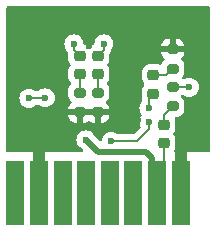
<source format=gbr>
%TF.GenerationSoftware,KiCad,Pcbnew,7.0.8*%
%TF.CreationDate,2023-12-24T04:11:35-08:00*%
%TF.ProjectId,EZ Teknic Converter - R1,455a2054-656b-46e6-9963-20436f6e7665,rev?*%
%TF.SameCoordinates,Original*%
%TF.FileFunction,Copper,L2,Bot*%
%TF.FilePolarity,Positive*%
%FSLAX46Y46*%
G04 Gerber Fmt 4.6, Leading zero omitted, Abs format (unit mm)*
G04 Created by KiCad (PCBNEW 7.0.8) date 2023-12-24 04:11:35*
%MOMM*%
%LPD*%
G01*
G04 APERTURE LIST*
G04 Aperture macros list*
%AMRoundRect*
0 Rectangle with rounded corners*
0 $1 Rounding radius*
0 $2 $3 $4 $5 $6 $7 $8 $9 X,Y pos of 4 corners*
0 Add a 4 corners polygon primitive as box body*
4,1,4,$2,$3,$4,$5,$6,$7,$8,$9,$2,$3,0*
0 Add four circle primitives for the rounded corners*
1,1,$1+$1,$2,$3*
1,1,$1+$1,$4,$5*
1,1,$1+$1,$6,$7*
1,1,$1+$1,$8,$9*
0 Add four rect primitives between the rounded corners*
20,1,$1+$1,$2,$3,$4,$5,0*
20,1,$1+$1,$4,$5,$6,$7,0*
20,1,$1+$1,$6,$7,$8,$9,0*
20,1,$1+$1,$8,$9,$2,$3,0*%
G04 Aperture macros list end*
%TA.AperFunction,SMDPad,CuDef*%
%ADD10R,1.600000X5.500000*%
%TD*%
%TA.AperFunction,SMDPad,CuDef*%
%ADD11RoundRect,0.200000X-0.275000X0.200000X-0.275000X-0.200000X0.275000X-0.200000X0.275000X0.200000X0*%
%TD*%
%TA.AperFunction,SMDPad,CuDef*%
%ADD12RoundRect,0.218750X0.256250X-0.218750X0.256250X0.218750X-0.256250X0.218750X-0.256250X-0.218750X0*%
%TD*%
%TA.AperFunction,SMDPad,CuDef*%
%ADD13RoundRect,0.218750X-0.256250X0.218750X-0.256250X-0.218750X0.256250X-0.218750X0.256250X0.218750X0*%
%TD*%
%TA.AperFunction,SMDPad,CuDef*%
%ADD14RoundRect,0.200000X0.275000X-0.200000X0.275000X0.200000X-0.275000X0.200000X-0.275000X-0.200000X0*%
%TD*%
%TA.AperFunction,ViaPad*%
%ADD15C,0.600000*%
%TD*%
%TA.AperFunction,Conductor*%
%ADD16C,0.200000*%
%TD*%
%TA.AperFunction,Conductor*%
%ADD17C,0.500000*%
%TD*%
%TA.AperFunction,Conductor*%
%ADD18C,1.000000*%
%TD*%
G04 APERTURE END LIST*
D10*
%TO.P,U1,9,GND*%
%TO.N,GND*%
X45880000Y124785000D03*
%TO.P,U1,10,5V*%
%TO.N,+5V*%
X43880000Y124785000D03*
%TO.P,U1,11,B2*%
%TO.N,unconnected-(U1-B2-Pad11)*%
X41880000Y124785000D03*
%TO.P,U1,12,B1*%
%TO.N,unconnected-(U1-B1-Pad12)*%
X39880000Y124785000D03*
%TO.P,U1,13,A1*%
%TO.N,unconnected-(U1-A1-Pad13)*%
X37880000Y124785000D03*
%TO.P,U1,14,A2*%
%TO.N,unconnected-(U1-A2-Pad14)*%
X35880000Y124785000D03*
%TO.P,U1,15,GND*%
%TO.N,GND*%
X33880000Y124785000D03*
%TO.P,U1,16,VMOT*%
%TO.N,unconnected-(U1-VMOT-Pad16)*%
X31880000Y124785000D03*
%TD*%
D11*
%TO.P,R3,1*%
%TO.N,/B-ENABLE*%
X45212000Y133794000D03*
%TO.P,R3,2*%
%TO.N,Net-(D1-K)*%
X45212000Y132144000D03*
%TD*%
D12*
%TO.P,D3,1,K*%
%TO.N,Net-(D3-K)*%
X37338000Y134848500D03*
%TO.P,D3,2,A*%
%TO.N,/B-DIR*%
X37338000Y136423500D03*
%TD*%
D13*
%TO.P,D4,1,K*%
%TO.N,Net-(D4-K)*%
X43561000Y134772500D03*
%TO.P,D4,2,A*%
%TO.N,/5VDIAG*%
X43561000Y133197500D03*
%TD*%
%TO.P,D1,1,K*%
%TO.N,Net-(D1-K)*%
X44450000Y130581500D03*
%TO.P,D1,2,A*%
%TO.N,+5V*%
X44450000Y129006500D03*
%TD*%
D11*
%TO.P,R6,1*%
%TO.N,GND*%
X45212000Y136969000D03*
%TO.P,R6,2*%
%TO.N,Net-(D4-K)*%
X45212000Y135319000D03*
%TD*%
D14*
%TO.P,R4,1*%
%TO.N,GND*%
X38862000Y131636000D03*
%TO.P,R4,2*%
%TO.N,Net-(D2-K)*%
X38862000Y133286000D03*
%TD*%
D12*
%TO.P,D2,1,K*%
%TO.N,Net-(D2-K)*%
X38862000Y134848500D03*
%TO.P,D2,2,A*%
%TO.N,/B-STEP*%
X38862000Y136423500D03*
%TD*%
D14*
%TO.P,R5,1*%
%TO.N,GND*%
X37338000Y131636000D03*
%TO.P,R5,2*%
%TO.N,Net-(D3-K)*%
X37338000Y133286000D03*
%TD*%
D15*
%TO.N,+5V*%
X34417000Y132842000D03*
X33020000Y132808000D03*
X37846000Y129286000D03*
%TO.N,GND*%
X46355000Y138684000D03*
X33020000Y129066000D03*
X38105000Y137232000D03*
X46609000Y132588000D03*
X35605000Y137232000D03*
X46355000Y137668000D03*
X32385000Y138684000D03*
X47498000Y137668000D03*
X46355000Y139827000D03*
X32385000Y139827000D03*
X42418000Y137541000D03*
X47498000Y138684000D03*
X47498000Y139827000D03*
X40605000Y137232000D03*
X42291000Y130937000D03*
X33655000Y139827000D03*
X33655000Y138684000D03*
X32385000Y137668000D03*
X33655000Y137668000D03*
%TO.N,/B-STEP*%
X39370000Y137414000D03*
%TO.N,/B-DIR*%
X36830000Y137414000D03*
%TO.N,/5VDIAG*%
X43180000Y131953000D03*
%TO.N,/B-ENABLE*%
X46609000Y133731000D03*
%TO.N,/DIAG*%
X43180000Y130810000D03*
X40005000Y129159000D03*
%TD*%
D16*
%TO.N,+5V*%
X44450000Y125355000D02*
X43880000Y124785000D01*
D17*
X42926000Y128270000D02*
X38862000Y128270000D01*
X38862000Y128270000D02*
X37846000Y129286000D01*
X43434000Y125231000D02*
X43434000Y127762000D01*
D16*
X34417000Y132842000D02*
X34544000Y132842000D01*
X34417000Y132842000D02*
X33054000Y132842000D01*
X43880000Y124785000D02*
X43434000Y125231000D01*
X44450000Y129006500D02*
X44450000Y125355000D01*
X33054000Y132842000D02*
X33020000Y132808000D01*
D17*
X43434000Y127762000D02*
X42926000Y128270000D01*
D18*
%TO.N,GND*%
X33880000Y124785000D02*
X33880000Y129130000D01*
X45880000Y124785000D02*
X45880000Y129130000D01*
D16*
%TO.N,/B-STEP*%
X39370000Y136931500D02*
X39370000Y137414000D01*
X38862000Y136423500D02*
X39370000Y136931500D01*
%TO.N,/B-DIR*%
X37338000Y136423500D02*
X36830000Y136931500D01*
X36830000Y136931500D02*
X36830000Y137414000D01*
%TO.N,Net-(D1-K)*%
X44450000Y131382000D02*
X45212000Y132144000D01*
X44450000Y130581500D02*
X44450000Y131382000D01*
%TO.N,Net-(D2-K)*%
X38862000Y133286000D02*
X38862000Y134848500D01*
%TO.N,/5VDIAG*%
X43180000Y131953000D02*
X43180000Y132816500D01*
X43180000Y132816500D02*
X43561000Y133197500D01*
%TO.N,/B-ENABLE*%
X46609000Y133731000D02*
X45275000Y133731000D01*
X45275000Y133731000D02*
X45212000Y133794000D01*
%TO.N,/DIAG*%
X43180000Y130175000D02*
X43180000Y130810000D01*
X40005000Y129159000D02*
X42164000Y129159000D01*
X42164000Y129159000D02*
X43180000Y130175000D01*
%TO.N,Net-(D3-K)*%
X37338000Y133286000D02*
X37338000Y134848500D01*
%TO.N,Net-(D4-K)*%
X44665500Y134772500D02*
X45212000Y135319000D01*
X43561000Y134772500D02*
X44665500Y134772500D01*
%TD*%
%TA.AperFunction,Conductor*%
%TO.N,GND*%
G36*
X48330039Y140569315D02*
G01*
X48375794Y140516511D01*
X48387000Y140465000D01*
X48387000Y128394000D01*
X48367315Y128326961D01*
X48314511Y128281206D01*
X48263000Y128270000D01*
X45454138Y128270000D01*
X45387099Y128289685D01*
X45341344Y128342489D01*
X45331400Y128411647D01*
X45348599Y128459096D01*
X45362545Y128481706D01*
X45362545Y128481707D01*
X45362549Y128481713D01*
X45415436Y128641315D01*
X45425500Y128739826D01*
X45425500Y129273174D01*
X45415436Y129371685D01*
X45362549Y129531287D01*
X45274281Y129674391D01*
X45242353Y129706319D01*
X45208868Y129767642D01*
X45213852Y129837334D01*
X45242353Y129881681D01*
X45274280Y129913608D01*
X45274283Y129913612D01*
X45362544Y130056704D01*
X45362545Y130056707D01*
X45362549Y130056713D01*
X45415436Y130216315D01*
X45425500Y130314826D01*
X45425500Y130848174D01*
X45415436Y130946685D01*
X45371094Y131080497D01*
X45368693Y131150324D01*
X45404425Y131210366D01*
X45466945Y131241559D01*
X45488801Y131243500D01*
X45543613Y131243500D01*
X45543616Y131243500D01*
X45564778Y131245423D01*
X45614192Y131249913D01*
X45614194Y131249913D01*
X45614196Y131249914D01*
X45776606Y131300522D01*
X45922185Y131388528D01*
X45922188Y131388530D01*
X46042469Y131508811D01*
X46042470Y131508813D01*
X46042472Y131508815D01*
X46130478Y131654394D01*
X46181086Y131816804D01*
X46187500Y131887384D01*
X46187500Y132400616D01*
X46181086Y132471196D01*
X46130478Y132633606D01*
X46042472Y132779185D01*
X45940336Y132881320D01*
X45906853Y132942641D01*
X45911837Y133012333D01*
X45940340Y133056683D01*
X45961957Y133078299D01*
X46023281Y133111783D01*
X46092972Y133106797D01*
X46115608Y133095610D01*
X46259476Y133005211D01*
X46429745Y132945631D01*
X46429750Y132945630D01*
X46608996Y132925435D01*
X46609000Y132925435D01*
X46609004Y132925435D01*
X46788249Y132945630D01*
X46788254Y132945631D01*
X46958523Y133005211D01*
X47111262Y133101184D01*
X47238815Y133228737D01*
X47334788Y133381476D01*
X47354503Y133437816D01*
X47394368Y133551745D01*
X47394369Y133551750D01*
X47414565Y133730996D01*
X47414565Y133731003D01*
X47394369Y133910249D01*
X47394368Y133910254D01*
X47390542Y133921188D01*
X47334789Y134080522D01*
X47238816Y134233262D01*
X47111262Y134360816D01*
X46958522Y134456789D01*
X46788255Y134516368D01*
X46788252Y134516368D01*
X46788249Y134516369D01*
X46609004Y134536565D01*
X46608996Y134536565D01*
X46429750Y134516369D01*
X46429745Y134516368D01*
X46259475Y134456788D01*
X46220539Y134432322D01*
X46192986Y134415009D01*
X46125752Y134396009D01*
X46058916Y134416376D01*
X46039339Y134432317D01*
X46002836Y134468820D01*
X45969353Y134530141D01*
X45974337Y134599833D01*
X46002838Y134644180D01*
X46042469Y134683811D01*
X46042470Y134683813D01*
X46042472Y134683815D01*
X46130478Y134829394D01*
X46181086Y134991804D01*
X46187500Y135062384D01*
X46187500Y135575616D01*
X46181086Y135646196D01*
X46130478Y135808606D01*
X46042472Y135954185D01*
X45939983Y136056673D01*
X45906499Y136117994D01*
X45911483Y136187685D01*
X45939984Y136232034D01*
X46042072Y136334122D01*
X46130019Y136479604D01*
X46180590Y136641893D01*
X46187000Y136712427D01*
X46187000Y136719000D01*
X44237001Y136719000D01*
X44237001Y136712417D01*
X44243408Y136641897D01*
X44243409Y136641892D01*
X44293981Y136479603D01*
X44381927Y136334122D01*
X44381928Y136334121D01*
X44484015Y136232035D01*
X44517500Y136170712D01*
X44512516Y136101020D01*
X44484015Y136056673D01*
X44381530Y135954188D01*
X44381528Y135954185D01*
X44293522Y135808606D01*
X44293521Y135808603D01*
X44269655Y135732015D01*
X44230918Y135673868D01*
X44166892Y135645894D01*
X44112270Y135651199D01*
X43963685Y135700436D01*
X43865174Y135710500D01*
X43256826Y135710500D01*
X43158315Y135700436D01*
X42998713Y135647549D01*
X42998707Y135647545D01*
X42998704Y135647544D01*
X42855612Y135559283D01*
X42855608Y135559280D01*
X42736719Y135440391D01*
X42736716Y135440387D01*
X42648455Y135297295D01*
X42648452Y135297289D01*
X42648451Y135297287D01*
X42595564Y135137685D01*
X42595564Y135137683D01*
X42595563Y135137683D01*
X42585500Y135039181D01*
X42585500Y134505818D01*
X42595563Y134407316D01*
X42648450Y134247715D01*
X42648455Y134247704D01*
X42736716Y134104612D01*
X42736719Y134104608D01*
X42768647Y134072681D01*
X42802132Y134011358D01*
X42797148Y133941666D01*
X42768647Y133897319D01*
X42736719Y133865391D01*
X42736716Y133865387D01*
X42648455Y133722295D01*
X42648452Y133722289D01*
X42648451Y133722287D01*
X42595564Y133562685D01*
X42595564Y133562683D01*
X42595563Y133562683D01*
X42585500Y133464181D01*
X42585500Y132930836D01*
X42585501Y132930813D01*
X42585719Y132928678D01*
X42585298Y132899910D01*
X42574318Y132816502D01*
X42574318Y132816499D01*
X42578969Y132781173D01*
X42579500Y132773071D01*
X42579500Y132535412D01*
X42559815Y132468373D01*
X42552445Y132458097D01*
X42550185Y132455263D01*
X42550184Y132455262D01*
X42515848Y132400616D01*
X42454211Y132302523D01*
X42394631Y132132254D01*
X42394630Y132132249D01*
X42374435Y131953003D01*
X42374435Y131952996D01*
X42394630Y131773750D01*
X42394631Y131773745D01*
X42454211Y131603476D01*
X42552236Y131447472D01*
X42571236Y131380235D01*
X42552236Y131315528D01*
X42454211Y131159523D01*
X42394631Y130989254D01*
X42394630Y130989249D01*
X42374435Y130810003D01*
X42374435Y130809996D01*
X42394630Y130630750D01*
X42394633Y130630737D01*
X42454209Y130460478D01*
X42464125Y130444699D01*
X42483125Y130377462D01*
X42462757Y130310627D01*
X42446812Y130291047D01*
X41951584Y129795819D01*
X41890261Y129762334D01*
X41863903Y129759500D01*
X40587412Y129759500D01*
X40520373Y129779185D01*
X40510097Y129786555D01*
X40507267Y129788810D01*
X40507262Y129788816D01*
X40354522Y129884789D01*
X40184255Y129944368D01*
X40184252Y129944368D01*
X40184249Y129944369D01*
X40005004Y129964565D01*
X40004996Y129964565D01*
X39825750Y129944369D01*
X39825745Y129944368D01*
X39655478Y129884789D01*
X39655476Y129884788D01*
X39601727Y129851015D01*
X39502738Y129788816D01*
X39502737Y129788815D01*
X39375184Y129661262D01*
X39279211Y129508523D01*
X39219631Y129338254D01*
X39219630Y129338250D01*
X39211548Y129266517D01*
X39184481Y129202103D01*
X39126886Y129162548D01*
X39057049Y129160411D01*
X39000648Y129192719D01*
X38599305Y129594061D01*
X38576655Y129630134D01*
X38574811Y129629246D01*
X38571789Y129635521D01*
X38571789Y129635522D01*
X38475816Y129788262D01*
X38348262Y129915816D01*
X38195522Y130011789D01*
X38025255Y130071368D01*
X38025252Y130071368D01*
X38025249Y130071369D01*
X37846004Y130091565D01*
X37845996Y130091565D01*
X37666750Y130071369D01*
X37666745Y130071368D01*
X37496478Y130011789D01*
X37343738Y129915816D01*
X37343737Y129915815D01*
X37216184Y129788262D01*
X37120211Y129635523D01*
X37060631Y129465254D01*
X37060630Y129465249D01*
X37040435Y129286003D01*
X37040435Y129285996D01*
X37060630Y129106750D01*
X37060631Y129106745D01*
X37120211Y128936476D01*
X37216184Y128783737D01*
X37343737Y128656184D01*
X37496478Y128560211D01*
X37502756Y128557188D01*
X37501876Y128555362D01*
X37537936Y128532694D01*
X37588949Y128481682D01*
X37622435Y128420359D01*
X37617451Y128350668D01*
X37575580Y128294734D01*
X37510116Y128270316D01*
X37501269Y128270000D01*
X31239000Y128270000D01*
X31171961Y128289685D01*
X31126206Y128342489D01*
X31115000Y128394000D01*
X31115000Y131386000D01*
X36363001Y131386000D01*
X36363001Y131379417D01*
X36369408Y131308897D01*
X36369409Y131308892D01*
X36419981Y131146603D01*
X36507927Y131001122D01*
X36628122Y130880927D01*
X36773604Y130792980D01*
X36773603Y130792980D01*
X36935894Y130742409D01*
X36935893Y130742409D01*
X37006428Y130736000D01*
X37088000Y130736000D01*
X37088000Y131386000D01*
X37588000Y131386000D01*
X37588000Y130735999D01*
X37669582Y130736000D01*
X37669583Y130736001D01*
X37740102Y130742408D01*
X37740107Y130742409D01*
X37902397Y130792981D01*
X38035850Y130873656D01*
X38103405Y130891492D01*
X38164150Y130873656D01*
X38297603Y130792980D01*
X38459894Y130742409D01*
X38459893Y130742409D01*
X38530428Y130736000D01*
X38612000Y130736000D01*
X38612000Y131386000D01*
X39112000Y131386000D01*
X39112000Y130735999D01*
X39193582Y130736000D01*
X39193583Y130736001D01*
X39264102Y130742408D01*
X39264107Y130742409D01*
X39426396Y130792981D01*
X39571877Y130880927D01*
X39692072Y131001122D01*
X39780019Y131146604D01*
X39830590Y131308893D01*
X39837000Y131379427D01*
X39837000Y131386000D01*
X39112000Y131386000D01*
X38612000Y131386000D01*
X37588000Y131386000D01*
X37088000Y131386000D01*
X36363001Y131386000D01*
X31115000Y131386000D01*
X31115000Y132807996D01*
X32214435Y132807996D01*
X32234630Y132628750D01*
X32234631Y132628745D01*
X32294211Y132458476D01*
X32390184Y132305737D01*
X32517737Y132178184D01*
X32670476Y132082211D01*
X32840745Y132022631D01*
X32840750Y132022630D01*
X33019996Y132002435D01*
X33020000Y132002435D01*
X33020004Y132002435D01*
X33199249Y132022630D01*
X33199254Y132022631D01*
X33369523Y132082211D01*
X33522262Y132178184D01*
X33549259Y132205181D01*
X33610582Y132238666D01*
X33636940Y132241500D01*
X33834588Y132241500D01*
X33901627Y132221815D01*
X33911903Y132214445D01*
X33914736Y132212185D01*
X34067476Y132116211D01*
X34237745Y132056631D01*
X34237750Y132056630D01*
X34416996Y132036435D01*
X34417000Y132036435D01*
X34417004Y132036435D01*
X34596249Y132056630D01*
X34596254Y132056631D01*
X34766523Y132116211D01*
X34919262Y132212184D01*
X35046815Y132339737D01*
X35067693Y132372963D01*
X35137825Y132484578D01*
X35142788Y132492476D01*
X35146813Y132503977D01*
X35202368Y132662745D01*
X35215712Y132781173D01*
X35222565Y132841996D01*
X35222565Y132842003D01*
X35202369Y133021249D01*
X35202368Y133021254D01*
X35202368Y133021255D01*
X35142789Y133191522D01*
X35046816Y133344262D01*
X34919262Y133471816D01*
X34766522Y133567789D01*
X34596255Y133627368D01*
X34596252Y133627368D01*
X34596249Y133627369D01*
X34417004Y133647565D01*
X34416996Y133647565D01*
X34237750Y133627369D01*
X34237745Y133627368D01*
X34067478Y133567789D01*
X33914738Y133471816D01*
X33914736Y133471814D01*
X33911903Y133469555D01*
X33909724Y133468665D01*
X33908842Y133468111D01*
X33908744Y133468265D01*
X33847217Y133443145D01*
X33834588Y133442500D01*
X33550531Y133442500D01*
X33484559Y133461506D01*
X33473802Y133468265D01*
X33369522Y133533789D01*
X33199255Y133593368D01*
X33199252Y133593368D01*
X33199249Y133593369D01*
X33020004Y133613565D01*
X33019996Y133613565D01*
X32840750Y133593369D01*
X32840745Y133593368D01*
X32670478Y133533789D01*
X32517738Y133437816D01*
X32517737Y133437815D01*
X32390184Y133310262D01*
X32294211Y133157523D01*
X32234631Y132987254D01*
X32234630Y132987249D01*
X32214435Y132808003D01*
X32214435Y132807996D01*
X31115000Y132807996D01*
X31115000Y137413996D01*
X36024435Y137413996D01*
X36044630Y137234750D01*
X36044631Y137234745D01*
X36104211Y137064476D01*
X36200184Y136911738D01*
X36200184Y136911737D01*
X36201217Y136910705D01*
X36201670Y136909874D01*
X36204525Y136906295D01*
X36203897Y136905794D01*
X36234696Y136849379D01*
X36236467Y136839217D01*
X36244956Y136774739D01*
X36244956Y136774737D01*
X36305464Y136628657D01*
X36336876Y136587721D01*
X36362070Y136522551D01*
X36362500Y136512235D01*
X36362500Y136156818D01*
X36372563Y136058316D01*
X36425450Y135898715D01*
X36425455Y135898704D01*
X36513716Y135755612D01*
X36513719Y135755608D01*
X36545647Y135723681D01*
X36579132Y135662358D01*
X36574148Y135592666D01*
X36545647Y135548319D01*
X36513719Y135516391D01*
X36513716Y135516387D01*
X36425455Y135373295D01*
X36425452Y135373289D01*
X36425451Y135373287D01*
X36372564Y135213685D01*
X36372564Y135213683D01*
X36372563Y135213683D01*
X36362500Y135115181D01*
X36362500Y134581818D01*
X36372563Y134483316D01*
X36425450Y134323715D01*
X36425455Y134323704D01*
X36513716Y134180612D01*
X36513719Y134180608D01*
X36552654Y134141674D01*
X36586139Y134080351D01*
X36581155Y134010659D01*
X36552654Y133966312D01*
X36507530Y133921188D01*
X36507528Y133921185D01*
X36419522Y133775606D01*
X36373331Y133627369D01*
X36368913Y133613192D01*
X36362500Y133542613D01*
X36362500Y133029386D01*
X36368913Y132958807D01*
X36419522Y132796393D01*
X36507530Y132650811D01*
X36507531Y132650810D01*
X36610015Y132548327D01*
X36643500Y132487004D01*
X36638516Y132417312D01*
X36610015Y132372965D01*
X36507927Y132270877D01*
X36419980Y132125395D01*
X36369409Y131963106D01*
X36363000Y131892572D01*
X36363000Y131886000D01*
X39836999Y131886000D01*
X39836999Y131892582D01*
X39830591Y131963102D01*
X39830590Y131963107D01*
X39780018Y132125396D01*
X39692072Y132270877D01*
X39692071Y132270878D01*
X39589985Y132372963D01*
X39556499Y132434286D01*
X39561483Y132503977D01*
X39589984Y132548326D01*
X39692469Y132650811D01*
X39692470Y132650813D01*
X39692472Y132650815D01*
X39780478Y132796394D01*
X39831086Y132958804D01*
X39837500Y133029384D01*
X39837500Y133542616D01*
X39831086Y133613196D01*
X39780478Y133775606D01*
X39692472Y133921185D01*
X39647343Y133966313D01*
X39613860Y134027632D01*
X39618843Y134097323D01*
X39647345Y134141673D01*
X39686280Y134180608D01*
X39686283Y134180612D01*
X39774544Y134323704D01*
X39774545Y134323707D01*
X39774549Y134323713D01*
X39827436Y134483315D01*
X39837500Y134581826D01*
X39837500Y135115174D01*
X39827436Y135213685D01*
X39774549Y135373287D01*
X39686281Y135516391D01*
X39654353Y135548319D01*
X39620868Y135609642D01*
X39625852Y135679334D01*
X39654353Y135723681D01*
X39686280Y135755608D01*
X39686283Y135755612D01*
X39774544Y135898704D01*
X39774545Y135898707D01*
X39774549Y135898713D01*
X39827436Y136058315D01*
X39837500Y136156826D01*
X39837500Y136512235D01*
X39857185Y136579274D01*
X39863124Y136587721D01*
X39894535Y136628657D01*
X39900017Y136641892D01*
X39955044Y136774738D01*
X39963532Y136839215D01*
X39991796Y136903110D01*
X39998789Y136910711D01*
X39999815Y136911737D01*
X40095788Y137064476D01*
X40149859Y137219000D01*
X44237000Y137219000D01*
X44962000Y137219000D01*
X45462000Y137219000D01*
X46186999Y137219000D01*
X46186999Y137225582D01*
X46180591Y137296102D01*
X46180590Y137296107D01*
X46130018Y137458396D01*
X46042072Y137603877D01*
X45921877Y137724072D01*
X45776395Y137812019D01*
X45776396Y137812019D01*
X45614105Y137862590D01*
X45614107Y137862590D01*
X45543581Y137868999D01*
X45462000Y137868998D01*
X45462000Y137219000D01*
X44962000Y137219000D01*
X44962000Y137868999D01*
X44880417Y137868999D01*
X44809897Y137862591D01*
X44809892Y137862590D01*
X44647603Y137812018D01*
X44502122Y137724072D01*
X44381927Y137603877D01*
X44293980Y137458395D01*
X44243409Y137296106D01*
X44237000Y137225572D01*
X44237000Y137219000D01*
X40149859Y137219000D01*
X40155368Y137234745D01*
X40155369Y137234750D01*
X40175565Y137413996D01*
X40175565Y137414003D01*
X40155369Y137593249D01*
X40155368Y137593254D01*
X40109593Y137724072D01*
X40095789Y137763522D01*
X39999816Y137916262D01*
X39872262Y138043816D01*
X39719522Y138139789D01*
X39549255Y138199368D01*
X39549252Y138199368D01*
X39549249Y138199369D01*
X39370004Y138219565D01*
X39369996Y138219565D01*
X39190750Y138199369D01*
X39190745Y138199368D01*
X39020478Y138139789D01*
X38867738Y138043816D01*
X38867737Y138043815D01*
X38740184Y137916262D01*
X38644211Y137763523D01*
X38584631Y137593254D01*
X38584630Y137593250D01*
X38569717Y137460888D01*
X38542650Y137396474D01*
X38485055Y137356919D01*
X38465936Y137352864D01*
X38465939Y137352854D01*
X38459325Y137351437D01*
X38459315Y137351436D01*
X38299713Y137298549D01*
X38299707Y137298545D01*
X38299704Y137298544D01*
X38165097Y137215517D01*
X38097705Y137197076D01*
X38034903Y137215517D01*
X37900295Y137298544D01*
X37900287Y137298549D01*
X37740685Y137351436D01*
X37740672Y137351437D01*
X37734061Y137352854D01*
X37734326Y137354096D01*
X37676209Y137377809D01*
X37636057Y137434989D01*
X37630282Y137460889D01*
X37615369Y137593249D01*
X37615368Y137593254D01*
X37569593Y137724072D01*
X37555789Y137763522D01*
X37459816Y137916262D01*
X37332262Y138043816D01*
X37179522Y138139789D01*
X37009255Y138199368D01*
X37009252Y138199368D01*
X37009249Y138199369D01*
X36830004Y138219565D01*
X36829996Y138219565D01*
X36650750Y138199369D01*
X36650745Y138199368D01*
X36480478Y138139789D01*
X36327738Y138043816D01*
X36327737Y138043815D01*
X36200184Y137916262D01*
X36104211Y137763523D01*
X36044631Y137593254D01*
X36044630Y137593249D01*
X36024435Y137414003D01*
X36024435Y137413996D01*
X31115000Y137413996D01*
X31115000Y140465000D01*
X31134685Y140532039D01*
X31187489Y140577794D01*
X31239000Y140589000D01*
X48263000Y140589000D01*
X48330039Y140569315D01*
G37*
%TD.AperFunction*%
%TD*%
M02*

</source>
